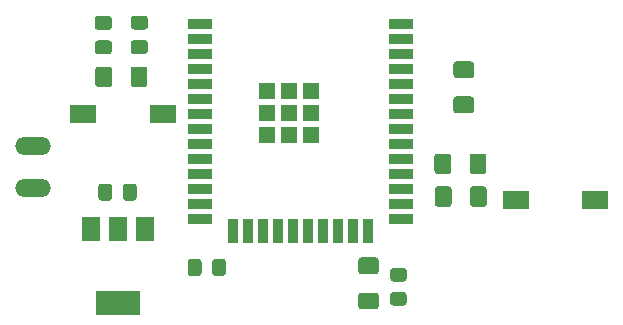
<source format=gtp>
G04 #@! TF.GenerationSoftware,KiCad,Pcbnew,(5.1.7-0-10_14)*
G04 #@! TF.CreationDate,2021-04-09T21:40:06+02:00*
G04 #@! TF.ProjectId,StralingslocatiePCB,53747261-6c69-46e6-9773-6c6f63617469,rev?*
G04 #@! TF.SameCoordinates,Original*
G04 #@! TF.FileFunction,Paste,Top*
G04 #@! TF.FilePolarity,Positive*
%FSLAX46Y46*%
G04 Gerber Fmt 4.6, Leading zero omitted, Abs format (unit mm)*
G04 Created by KiCad (PCBNEW (5.1.7-0-10_14)) date 2021-04-09 21:40:06*
%MOMM*%
%LPD*%
G01*
G04 APERTURE LIST*
%ADD10R,2.000000X0.900000*%
%ADD11R,0.900000X2.000000*%
%ADD12R,1.330000X1.330000*%
%ADD13R,2.300000X1.500000*%
%ADD14R,3.800000X2.000000*%
%ADD15R,1.500000X2.000000*%
%ADD16O,3.014980X1.506220*%
G04 APERTURE END LIST*
D10*
X136702000Y-41160000D03*
X136702000Y-42430000D03*
X136702000Y-43700000D03*
X136702000Y-44970000D03*
X136702000Y-46240000D03*
X136702000Y-47510000D03*
X136702000Y-48780000D03*
X136702000Y-50050000D03*
X136702000Y-51320000D03*
X136702000Y-52590000D03*
X136702000Y-53860000D03*
X136702000Y-55130000D03*
X136702000Y-56400000D03*
X136702000Y-57670000D03*
D11*
X139487000Y-58670000D03*
X140757000Y-58670000D03*
X142027000Y-58670000D03*
X143297000Y-58670000D03*
X144567000Y-58670000D03*
X145837000Y-58670000D03*
X147107000Y-58670000D03*
X148377000Y-58670000D03*
X149647000Y-58670000D03*
X150917000Y-58670000D03*
D10*
X153702000Y-57670000D03*
X153702000Y-56400000D03*
X153702000Y-55130000D03*
X153702000Y-53860000D03*
X153702000Y-52590000D03*
X153702000Y-51320000D03*
X153702000Y-50050000D03*
X153702000Y-48780000D03*
X153702000Y-47510000D03*
X153702000Y-46240000D03*
X153702000Y-44970000D03*
X153702000Y-43700000D03*
X153702000Y-42430000D03*
X153702000Y-41160000D03*
D12*
X142367000Y-46825000D03*
X144202000Y-46825000D03*
X146037000Y-46825000D03*
X142367000Y-48660000D03*
X144202000Y-48660000D03*
X146037000Y-48660000D03*
X142367000Y-50495000D03*
X144202000Y-50495000D03*
X146037000Y-50495000D03*
G36*
G01*
X130133500Y-55847725D02*
X130133500Y-54898275D01*
G75*
G02*
X130383775Y-54648000I250275J0D01*
G01*
X131058225Y-54648000D01*
G75*
G02*
X131308500Y-54898275I0J-250275D01*
G01*
X131308500Y-55847725D01*
G75*
G02*
X131058225Y-56098000I-250275J0D01*
G01*
X130383775Y-56098000D01*
G75*
G02*
X130133500Y-55847725I0J250275D01*
G01*
G37*
G36*
G01*
X128058500Y-55848000D02*
X128058500Y-54898000D01*
G75*
G02*
X128308500Y-54648000I250000J0D01*
G01*
X128983500Y-54648000D01*
G75*
G02*
X129233500Y-54898000I0J-250000D01*
G01*
X129233500Y-55848000D01*
G75*
G02*
X128983500Y-56098000I-250000J0D01*
G01*
X128308500Y-56098000D01*
G75*
G02*
X128058500Y-55848000I0J250000D01*
G01*
G37*
G36*
G01*
X132009000Y-43681000D02*
X131059000Y-43681000D01*
G75*
G02*
X130809000Y-43431000I0J250000D01*
G01*
X130809000Y-42756000D01*
G75*
G02*
X131059000Y-42506000I250000J0D01*
G01*
X132009000Y-42506000D01*
G75*
G02*
X132259000Y-42756000I0J-250000D01*
G01*
X132259000Y-43431000D01*
G75*
G02*
X132009000Y-43681000I-250000J0D01*
G01*
G37*
G36*
G01*
X132008725Y-41606000D02*
X131059275Y-41606000D01*
G75*
G02*
X130809000Y-41355725I0J250275D01*
G01*
X130809000Y-40681275D01*
G75*
G02*
X131059275Y-40431000I250275J0D01*
G01*
X132008725Y-40431000D01*
G75*
G02*
X132259000Y-40681275I0J-250275D01*
G01*
X132259000Y-41355725D01*
G75*
G02*
X132008725Y-41606000I-250275J0D01*
G01*
G37*
G36*
G01*
X137700000Y-62224725D02*
X137700000Y-61275275D01*
G75*
G02*
X137950275Y-61025000I250275J0D01*
G01*
X138624725Y-61025000D01*
G75*
G02*
X138875000Y-61275275I0J-250275D01*
G01*
X138875000Y-62224725D01*
G75*
G02*
X138624725Y-62475000I-250275J0D01*
G01*
X137950275Y-62475000D01*
G75*
G02*
X137700000Y-62224725I0J250275D01*
G01*
G37*
G36*
G01*
X135625000Y-62225000D02*
X135625000Y-61275000D01*
G75*
G02*
X135875000Y-61025000I250000J0D01*
G01*
X136550000Y-61025000D01*
G75*
G02*
X136800000Y-61275000I0J-250000D01*
G01*
X136800000Y-62225000D01*
G75*
G02*
X136550000Y-62475000I-250000J0D01*
G01*
X135875000Y-62475000D01*
G75*
G02*
X135625000Y-62225000I0J250000D01*
G01*
G37*
G36*
G01*
X128961000Y-43702500D02*
X128011000Y-43702500D01*
G75*
G02*
X127761000Y-43452500I0J250000D01*
G01*
X127761000Y-42777500D01*
G75*
G02*
X128011000Y-42527500I250000J0D01*
G01*
X128961000Y-42527500D01*
G75*
G02*
X129211000Y-42777500I0J-250000D01*
G01*
X129211000Y-43452500D01*
G75*
G02*
X128961000Y-43702500I-250000J0D01*
G01*
G37*
G36*
G01*
X128960725Y-41627500D02*
X128011275Y-41627500D01*
G75*
G02*
X127761000Y-41377225I0J250275D01*
G01*
X127761000Y-40702775D01*
G75*
G02*
X128011275Y-40452500I250275J0D01*
G01*
X128960725Y-40452500D01*
G75*
G02*
X129211000Y-40702775I0J-250275D01*
G01*
X129211000Y-41377225D01*
G75*
G02*
X128960725Y-41627500I-250275J0D01*
G01*
G37*
G36*
G01*
X153022550Y-61792000D02*
X153923450Y-61792000D01*
G75*
G02*
X154173000Y-62041550I0J-249550D01*
G01*
X154173000Y-62692450D01*
G75*
G02*
X153923450Y-62942000I-249550J0D01*
G01*
X153022550Y-62942000D01*
G75*
G02*
X152773000Y-62692450I0J249550D01*
G01*
X152773000Y-62041550D01*
G75*
G02*
X153022550Y-61792000I249550J0D01*
G01*
G37*
G36*
G01*
X153022999Y-63842000D02*
X153923001Y-63842000D01*
G75*
G02*
X154173000Y-64091999I0J-249999D01*
G01*
X154173000Y-64742001D01*
G75*
G02*
X153923001Y-64992000I-249999J0D01*
G01*
X153022999Y-64992000D01*
G75*
G02*
X152773000Y-64742001I0J249999D01*
G01*
X152773000Y-64091999D01*
G75*
G02*
X153022999Y-63842000I249999J0D01*
G01*
G37*
G36*
G01*
X159625000Y-45725000D02*
X158375000Y-45725000D01*
G75*
G02*
X158125000Y-45475000I0J250000D01*
G01*
X158125000Y-44550000D01*
G75*
G02*
X158375000Y-44300000I250000J0D01*
G01*
X159625000Y-44300000D01*
G75*
G02*
X159875000Y-44550000I0J-250000D01*
G01*
X159875000Y-45475000D01*
G75*
G02*
X159625000Y-45725000I-250000J0D01*
G01*
G37*
G36*
G01*
X159625000Y-48700000D02*
X158375000Y-48700000D01*
G75*
G02*
X158125000Y-48450000I0J250000D01*
G01*
X158125000Y-47525000D01*
G75*
G02*
X158375000Y-47275000I250000J0D01*
G01*
X159625000Y-47275000D01*
G75*
G02*
X159875000Y-47525000I0J-250000D01*
G01*
X159875000Y-48450000D01*
G75*
G02*
X159625000Y-48700000I-250000J0D01*
G01*
G37*
G36*
G01*
X132210000Y-44987000D02*
X132210000Y-46237000D01*
G75*
G02*
X131960000Y-46487000I-250000J0D01*
G01*
X131035000Y-46487000D01*
G75*
G02*
X130785000Y-46237000I0J250000D01*
G01*
X130785000Y-44987000D01*
G75*
G02*
X131035000Y-44737000I250000J0D01*
G01*
X131960000Y-44737000D01*
G75*
G02*
X132210000Y-44987000I0J-250000D01*
G01*
G37*
G36*
G01*
X129235000Y-44987000D02*
X129235000Y-46237000D01*
G75*
G02*
X128985000Y-46487000I-250000J0D01*
G01*
X128060000Y-46487000D01*
G75*
G02*
X127810000Y-46237000I0J250000D01*
G01*
X127810000Y-44987000D01*
G75*
G02*
X128060000Y-44737000I250000J0D01*
G01*
X128985000Y-44737000D01*
G75*
G02*
X129235000Y-44987000I0J-250000D01*
G01*
G37*
G36*
G01*
X151558000Y-65301500D02*
X150308000Y-65301500D01*
G75*
G02*
X150058000Y-65051500I0J250000D01*
G01*
X150058000Y-64126500D01*
G75*
G02*
X150308000Y-63876500I250000J0D01*
G01*
X151558000Y-63876500D01*
G75*
G02*
X151808000Y-64126500I0J-250000D01*
G01*
X151808000Y-65051500D01*
G75*
G02*
X151558000Y-65301500I-250000J0D01*
G01*
G37*
G36*
G01*
X151558000Y-62326500D02*
X150308000Y-62326500D01*
G75*
G02*
X150058000Y-62076500I0J250000D01*
G01*
X150058000Y-61151500D01*
G75*
G02*
X150308000Y-60901500I250000J0D01*
G01*
X151558000Y-60901500D01*
G75*
G02*
X151808000Y-61151500I0J-250000D01*
G01*
X151808000Y-62076500D01*
G75*
G02*
X151558000Y-62326500I-250000J0D01*
G01*
G37*
G36*
G01*
X159491500Y-53603000D02*
X159491500Y-52353000D01*
G75*
G02*
X159741500Y-52103000I250000J0D01*
G01*
X160666500Y-52103000D01*
G75*
G02*
X160916500Y-52353000I0J-250000D01*
G01*
X160916500Y-53603000D01*
G75*
G02*
X160666500Y-53853000I-250000J0D01*
G01*
X159741500Y-53853000D01*
G75*
G02*
X159491500Y-53603000I0J250000D01*
G01*
G37*
G36*
G01*
X156516500Y-53603000D02*
X156516500Y-52353000D01*
G75*
G02*
X156766500Y-52103000I250000J0D01*
G01*
X157691500Y-52103000D01*
G75*
G02*
X157941500Y-52353000I0J-250000D01*
G01*
X157941500Y-53603000D01*
G75*
G02*
X157691500Y-53853000I-250000J0D01*
G01*
X156766500Y-53853000D01*
G75*
G02*
X156516500Y-53603000I0J250000D01*
G01*
G37*
G36*
G01*
X157975000Y-55125000D02*
X157975000Y-56375000D01*
G75*
G02*
X157725000Y-56625000I-250000J0D01*
G01*
X156800000Y-56625000D01*
G75*
G02*
X156550000Y-56375000I0J250000D01*
G01*
X156550000Y-55125000D01*
G75*
G02*
X156800000Y-54875000I250000J0D01*
G01*
X157725000Y-54875000D01*
G75*
G02*
X157975000Y-55125000I0J-250000D01*
G01*
G37*
G36*
G01*
X160950000Y-55125000D02*
X160950000Y-56375000D01*
G75*
G02*
X160700000Y-56625000I-250000J0D01*
G01*
X159775000Y-56625000D01*
G75*
G02*
X159525000Y-56375000I0J250000D01*
G01*
X159525000Y-55125000D01*
G75*
G02*
X159775000Y-54875000I250000J0D01*
G01*
X160700000Y-54875000D01*
G75*
G02*
X160950000Y-55125000I0J-250000D01*
G01*
G37*
D13*
X133503000Y-48787000D03*
X126803000Y-48787000D03*
X163400000Y-56000000D03*
X170100000Y-56000000D03*
D14*
X129705000Y-64771000D03*
D15*
X129705000Y-58471000D03*
X127405000Y-58471000D03*
X132005000Y-58471000D03*
D16*
X122500000Y-51502480D03*
X122500000Y-54997520D03*
M02*

</source>
